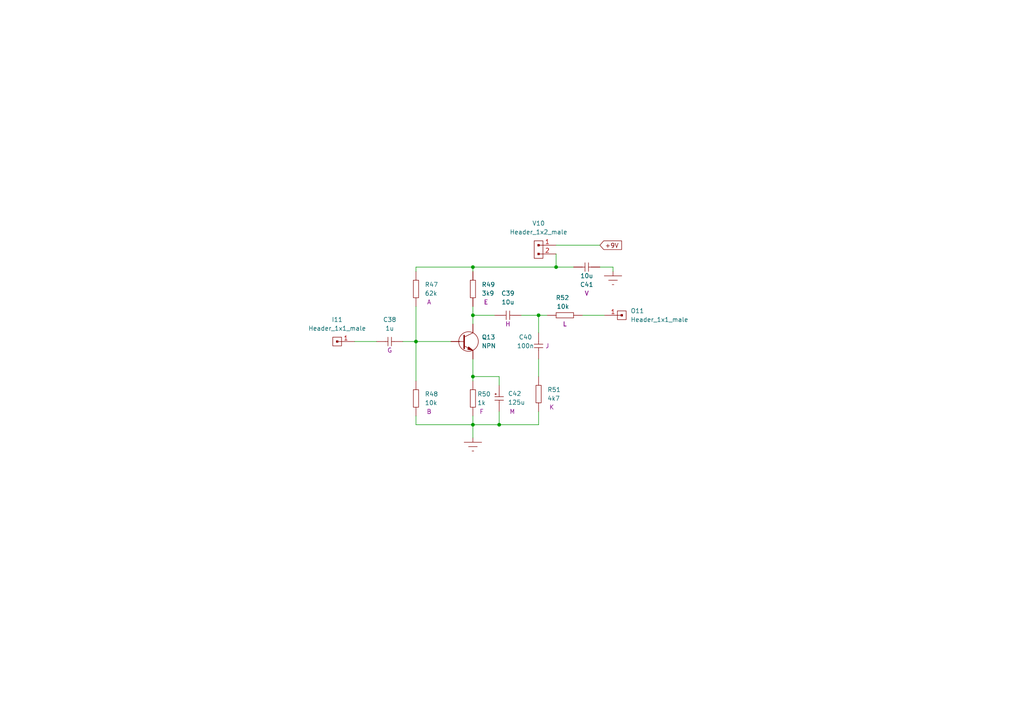
<source format=kicad_sch>
(kicad_sch (version 20211123) (generator eeschema)
  (paper "A4")
  (title_block (title "Bass boost") (date "2024-04-26") (rev "1") (company "https://github.com/dvhx/ultimate-soldering-exercise"))
  (lib_symbols
    (symbol "dvhx-kicad-library:C" (pin_numbers hide) (pin_names hide)
      (property "Reference" "C" (at 2.286 1.016 0))
      (property "Value" "C" (at 2.286 -1.27 0))
      (symbol "C_0_1"
        (polyline (pts (xy 0 -0.508) (xy 0 -1.27)))
        (polyline (pts (xy 0 1.27) (xy 0 0.508)))
        (polyline (pts (xy 1.27 -0.508) (xy -1.27 -0.508)))
        (polyline (pts (xy 1.27 0.508) (xy -1.27 0.508)))
      )
      (symbol "C_1_1"
        (pin passive line (at 0 3.81 270) (length 2.54) (name "1") (number "1"))
        (pin passive line (at 0 -3.81 90) (length 2.54) (name "2") (number "2"))
      )
    )
    (symbol "dvhx-kicad-library:C_polarized" (pin_numbers hide) (pin_names hide)
      (property "Reference" "C" (at 2.286 1.016 0))
      (property "Value" "C_polarized" (at 2.286 -1.27 0))
      (symbol "C_polarized_0_1"
        (polyline (pts (xy -1.016 1.524) (xy -1.016 1.016)))
        (polyline (pts (xy -0.762 1.27) (xy -1.27 1.27)))
        (polyline (pts (xy 0 -0.508) (xy 0 -1.27)))
        (polyline (pts (xy 0 1.27) (xy 0 0.508)))
        (polyline (pts (xy 1.27 -0.508) (xy -1.27 -0.508)))
        (polyline (pts (xy 1.27 0.508) (xy -1.27 0.508)))
      )
      (symbol "C_polarized_1_1"
        (pin passive line (at 0 -3.81 90) (length 2.54) (name "N") (number "N"))
        (pin passive line (at 0 3.81 270) (length 2.54) (name "P") (number "P"))
      )
    )
    (symbol "dvhx-kicad-library:GND" (power) (pin_numbers hide) (pin_names hide)
      (symbol "GND_0_1"
        (polyline (pts (xy -2.54 -1.27) (xy 2.54 -1.27)))
        (polyline (pts (xy -1.27 -2.54) (xy 1.27 -2.54)))
        (polyline (pts (xy -0.254 -3.81) (xy 0.254 -3.81)))
      )
      (symbol "GND_1_1"
        (pin power_in line (at 0 0 270) (length 1.27) (name "GND") (number "GND"))
      )
    )
    (symbol "dvhx-kicad-library:Header_1x1_male" (pin_names hide)
      (property "Reference" "J" (at -0.254 2.286 0))
      (property "Value" "Header_1x1_male" (at 0 4.191 0))
      (symbol "Header_1x1_male_0_1"
        (rectangle (start -1.27 1.27) (end 1.27 -1.27))
        (rectangle (start -0.254 0.254) (end 0.254 -0.254) (fill (type outline)))
      )
      (symbol "Header_1x1_male_1_1"
        (pin passive line (at -5.08 0 0) (length 5.08) (name "1") (number "1"))
      )
    )
    (symbol "dvhx-kicad-library:Header_1x2_male" (pin_names hide)
      (property "Reference" "J" (at -0.254 2.286 0))
      (property "Value" "Header_1x2_male" (at 0 4.191 0))
      (symbol "Header_1x2_male_0_1"
        (rectangle (start -1.27 1.27) (end 1.27 -3.81))
        (rectangle (start -0.254 -2.286) (end 0.254 -2.794) (fill (type outline)))
        (rectangle (start -0.254 0.254) (end 0.254 -0.254) (fill (type outline)))
      )
      (symbol "Header_1x2_male_1_1"
        (pin passive line (at -5.08 0 0) (length 5.08) (name "1") (number "1"))
        (pin passive line (at -5.08 -2.54 0) (length 5.08) (name "2") (number "2"))
      )
    )
    (symbol "dvhx-kicad-library:NPN" (pin_numbers hide) (pin_names hide)
      (property "Reference" "Q" (at 2.54 1.016 0))
      (property "Value" "NPN" (at 3.81 -1.016 0))
      (symbol "NPN_0_1"
        (circle (center -1.27 0) (radius 2.8398))
        (polyline (pts (xy -3.81 0) (xy -2.54 0)))
        (polyline (pts (xy -2.54 1.778) (xy -2.54 -2.032)) (stroke (width 0.4)))
        (polyline (pts (xy 0 -2.54) (xy -2.54 -1.27)))
        (polyline (pts (xy 0 2.54) (xy -2.54 1.27)))
        (polyline (pts (xy 0 -2.54) (xy -1.524 -2.286) (xy -1.27 -1.524) (xy 0 -2.54)) (fill (type outline)))
      )
      (symbol "NPN_1_1"
        (pin input line (at -6.35 0 0) (length 2.54) (name "B") (number "B"))
        (pin passive line (at 0 5.08 270) (length 2.54) (name "C") (number "C"))
        (pin passive line (at 0 -5.08 90) (length 2.54) (name "E") (number "E"))
      )
    )
    (symbol "dvhx-kicad-library:R" (pin_numbers hide) (pin_names hide)
      (property "Reference" "R" (at 2.032 1.016 0))
      (property "Value" "R" (at 2.032 -1.016 0))
      (symbol "R_0_1"
        (polyline (pts (xy -0.762 2.54) (xy 0.762 2.54) (xy 0.762 -2.54) (xy -0.762 -2.54) (xy -0.762 2.54)))
      )
      (symbol "R_1_1"
        (pin passive line (at 0 5.08 270) (length 2.54) (name "1") (number "1"))
        (pin passive line (at 0 -5.08 90) (length 2.54) (name "2") (number "2"))
      )
    )
  )
  (junction (at 161.29 77.47))
  (junction (at 137.16 77.47))
  (junction (at 156.21 91.44))
  (junction (at 137.16 91.44))
  (junction (at 137.16 123.19))
  (junction (at 144.78 123.19))
  (junction (at 120.65 99.06))
  (junction (at 137.16 109.22))
  (wire (pts (xy 161.29 77.47) (xy 161.29 73.66)))
  (wire (pts (xy 156.21 119.38) (xy 156.21 123.19)))
  (wire (pts (xy 144.78 119.38) (xy 144.78 123.19)))
  (wire (pts (xy 173.99 77.47) (xy 177.8 77.47)))
  (wire (pts (xy 120.65 99.06) (xy 130.81 99.06)))
  (wire (pts (xy 137.16 109.22) (xy 144.78 109.22)))
  (wire (pts (xy 151.13 91.44) (xy 156.21 91.44)))
  (wire (pts (xy 156.21 96.52) (xy 156.21 91.44)))
  (wire (pts (xy 137.16 123.19) (xy 144.78 123.19)))
  (wire (pts (xy 137.16 109.22) (xy 137.16 110.49)))
  (wire (pts (xy 137.16 88.9) (xy 137.16 91.44)))
  (wire (pts (xy 144.78 123.19) (xy 156.21 123.19)))
  (wire (pts (xy 137.16 77.47) (xy 161.29 77.47)))
  (wire (pts (xy 156.21 91.44) (xy 158.75 91.44)))
  (wire (pts (xy 173.99 71.12) (xy 161.29 71.12)))
  (wire (pts (xy 156.21 104.14) (xy 156.21 109.22)))
  (wire (pts (xy 137.16 91.44) (xy 143.51 91.44)))
  (wire (pts (xy 137.16 120.65) (xy 137.16 123.19)))
  (wire (pts (xy 102.87 99.06) (xy 109.22 99.06)))
  (wire (pts (xy 137.16 78.74) (xy 137.16 77.47)))
  (wire (pts (xy 120.65 78.74) (xy 120.65 77.47)))
  (wire (pts (xy 120.65 123.19) (xy 137.16 123.19)))
  (wire (pts (xy 177.8 77.47) (xy 177.8 78.74)))
  (wire (pts (xy 120.65 99.06) (xy 120.65 110.49)))
  (wire (pts (xy 137.16 104.14) (xy 137.16 109.22)))
  (wire (pts (xy 120.65 120.65) (xy 120.65 123.19)))
  (wire (pts (xy 120.65 77.47) (xy 137.16 77.47)))
  (wire (pts (xy 161.29 77.47) (xy 166.37 77.47)))
  (wire (pts (xy 116.84 99.06) (xy 120.65 99.06)))
  (wire (pts (xy 144.78 111.76) (xy 144.78 109.22)))
  (wire (pts (xy 137.16 123.19) (xy 137.16 127)))
  (wire (pts (xy 137.16 91.44) (xy 137.16 93.98)))
  (wire (pts (xy 120.65 88.9) (xy 120.65 99.06)))
  (wire (pts (xy 168.91 91.44) (xy 175.26 91.44)))
  (global_label "+9V" (shape input) (at 173.99 71.12 0) (property "Intersheet References" "${INTERSHEET_REFS}" (effects hide)))
  (symbol (lib_id "dvhx-kicad-library:GND") (at 177.8 78.74 0) (unit 1)
    (property "Reference" "#GND020" (effects hide))
    (property "Value" "GND" (effects hide))
  )
  (symbol (lib_id "dvhx-kicad-library:C") (at 147.32 91.44 90) (unit 1)
    (property "Reference" "C39" (at 147.32 85.09 90))
    (property "Value" "10u" (at 147.32 87.63 90))
    (property "Footprint" "dvhx-kicad-library:Capacitor_0805" (effects hide))
    (property "Field4" "H" (at 147.32 93.98 90))
  )
  (symbol (lib_id "dvhx-kicad-library:Header_1x1_male") (at 180.34 91.44 0) (unit 1)
    (property "Reference" "O11" (at 182.88 90.1699 0) (effects (justify left)))
    (property "Value" "Header_1x1_male" (at 182.88 92.7099 0) (effects (justify left)))
    (property "Footprint" "dvhx-kicad-library:Header_1x1_male_upright" (effects hide))
  )
  (symbol (lib_id "dvhx-kicad-library:R") (at 163.83 91.44 90) (unit 1)
    (property "Reference" "R52" (at 165.1 86.36 90) (effects (justify left)))
    (property "Value" "10k" (at 165.0999 88.9 90) (effects (justify left)))
    (property "Footprint" "dvhx-kicad-library:Resistor_0805" (effects hide))
    (property "Field4" "L" (at 163.83 93.98 90))
  )
  (symbol (lib_id "dvhx-kicad-library:R") (at 120.65 83.82 0) (unit 1)
    (property "Reference" "R47" (at 123.19 82.5499 0) (effects (justify left)))
    (property "Value" "62k" (at 123.19 85.0899 0) (effects (justify left)))
    (property "Footprint" "dvhx-kicad-library:Resistor_0805" (effects hide))
    (property "Field4" "A" (at 124.46 87.63 0))
  )
  (symbol (lib_id "dvhx-kicad-library:R") (at 120.65 115.57 0) (unit 1)
    (property "Reference" "R48" (at 123.19 114.2999 0) (effects (justify left)))
    (property "Value" "10k" (at 123.19 116.8399 0) (effects (justify left)))
    (property "Footprint" "dvhx-kicad-library:Resistor_0805" (effects hide))
    (property "Field4" "B" (at 124.46 119.38 0))
  )
  (symbol (lib_id "dvhx-kicad-library:C") (at 156.21 100.33 180) (unit 1)
    (property "Reference" "C40" (at 152.4 97.79 0))
    (property "Value" "100n" (at 152.4 100.33 0))
    (property "Footprint" "dvhx-kicad-library:Capacitor_0805" (effects hide))
    (property "Field4" "J" (at 158.75 100.33 0))
  )
  (symbol (lib_id "dvhx-kicad-library:Header_1x2_male") (at 156.21 71.12 0) (mirror y) (unit 1)
    (property "Reference" "V10" (at 156.21 64.77 0))
    (property "Value" "Header_1x2_male" (at 156.21 67.31 0))
    (property "Footprint" "dvhx-kicad-library:Header_1x2_male_upright" (effects hide))
  )
  (symbol (lib_id "dvhx-kicad-library:C_polarized") (at 144.78 115.57 0) (unit 1)
    (property "Reference" "C42" (at 147.32 114.1729 0) (effects (justify left)))
    (property "Value" "125u" (at 147.32 116.7129 0) (effects (justify left)))
    (property "Footprint" "dvhx-kicad-library:Capacitor_polarized_D6.35mm_H5.65mm_P2.54mm" (effects hide))
    (property "M" "M" (at 148.59 119.38 0))
  )
  (symbol (lib_id "dvhx-kicad-library:R") (at 137.16 83.82 0) (unit 1)
    (property "Reference" "R49" (at 139.7 82.5499 0) (effects (justify left)))
    (property "Value" "3k9" (at 139.7 85.0899 0) (effects (justify left)))
    (property "Footprint" "dvhx-kicad-library:Resistor_0805" (effects hide))
    (property "Field4" "E" (at 140.97 87.63 0))
  )
  (symbol (lib_id "dvhx-kicad-library:GND") (at 137.16 127 0) (unit 1)
    (property "Reference" "#GND019" (effects hide))
    (property "Value" "GND" (effects hide))
  )
  (symbol (lib_id "dvhx-kicad-library:NPN") (at 137.16 99.06 0) (unit 1)
    (property "Reference" "Q13" (at 139.7 97.7899 0) (effects (justify left)))
    (property "Value" "NPN" (at 139.7 100.3299 0) (effects (justify left)))
    (property "Footprint" "dvhx-kicad-library:SOT23-BEC" (effects hide))
  )
  (symbol (lib_id "dvhx-kicad-library:R") (at 156.21 114.3 0) (unit 1)
    (property "Reference" "R51" (at 158.75 113.0299 0) (effects (justify left)))
    (property "Value" "4k7" (at 158.75 115.5699 0) (effects (justify left)))
    (property "Footprint" "dvhx-kicad-library:Resistor_0805" (effects hide))
    (property "Field4" "K" (at 160.02 118.11 0))
  )
  (symbol (lib_id "dvhx-kicad-library:C") (at 170.18 77.47 270) (unit 1)
    (property "Reference" "C41" (at 170.18 82.55 90))
    (property "Value" "10u" (at 170.18 80.01 90))
    (property "Footprint" "dvhx-kicad-library:Capacitor_0805" (effects hide))
    (property "Field4" "V" (at 170.18 85.09 90))
  )
  (symbol (lib_id "dvhx-kicad-library:Header_1x1_male") (at 97.79 99.06 180) (unit 1)
    (property "Reference" "I11" (at 97.79 92.71 0))
    (property "Value" "Header_1x1_male" (at 97.79 95.25 0))
    (property "Footprint" "dvhx-kicad-library:Header_1x1_male_upright" (effects hide))
  )
  (symbol (lib_id "dvhx-kicad-library:C") (at 113.03 99.06 90) (unit 1)
    (property "Reference" "C38" (at 113.03 92.71 90))
    (property "Value" "1u" (at 113.03 95.25 90))
    (property "Footprint" "dvhx-kicad-library:Capacitor_0805" (effects hide))
    (property "Field4" "G" (at 113.03 101.6 90))
  )
  (symbol (lib_id "dvhx-kicad-library:R") (at 137.16 115.57 0) (unit 1)
    (property "Reference" "R50" (at 138.43 114.3 0) (effects (justify left)))
    (property "Value" "1k" (at 138.43 116.84 0) (effects (justify left)))
    (property "Footprint" "dvhx-kicad-library:Resistor_0805" (effects hide))
    (property "Field4" "F" (at 139.7 119.38 0))
  )
)
</source>
